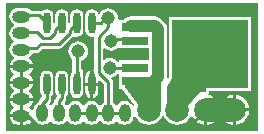
<source format=gtl>
%FSLAX25Y25*%
%MOIN*%
G70*
G01*
G75*
G04 Layer_Physical_Order=1*
G04 Layer_Color=255*
%ADD10R,0.25197X0.22835*%
%ADD11R,0.08661X0.03150*%
%ADD12O,0.02362X0.07087*%
%ADD13C,0.04000*%
%ADD14C,0.01000*%
%ADD15C,0.07874*%
%ADD16O,0.03937X0.05906*%
%ADD17O,0.05906X0.03937*%
%ADD18C,0.04500*%
G36*
X84500Y500D02*
X500D01*
Y43000D01*
X84500D01*
Y500D01*
D02*
G37*
%LPC*%
G36*
X77000Y12414D02*
Y8000D01*
X81414D01*
X81310Y8789D01*
X80813Y9990D01*
X80021Y11021D01*
X78990Y11812D01*
X77789Y12310D01*
X77000Y12414D01*
D02*
G37*
G36*
X24500Y30278D02*
X23652Y30166D01*
X22861Y29839D01*
X22182Y29318D01*
X21661Y28639D01*
X21334Y27848D01*
X21222Y27000D01*
X21334Y26152D01*
X21661Y25361D01*
X22182Y24682D01*
X22471Y24461D01*
Y19963D01*
X22427Y19935D01*
X21945Y19213D01*
X21776Y18362D01*
Y13638D01*
X21945Y12787D01*
X22427Y12065D01*
X23149Y11583D01*
X24000Y11414D01*
X24851Y11583D01*
X25572Y12065D01*
X26055Y12787D01*
X26224Y13638D01*
Y18362D01*
X26055Y19213D01*
X26029Y19251D01*
Y20000D01*
X25913Y20585D01*
X25581Y21081D01*
X25529Y21116D01*
Y23909D01*
X26139Y24161D01*
X26818Y24682D01*
X27339Y25361D01*
X27666Y26152D01*
X27778Y27000D01*
X27666Y27848D01*
X27339Y28639D01*
X26818Y29318D01*
X26139Y29839D01*
X25348Y30166D01*
X24500Y30278D01*
D02*
G37*
G36*
X9413Y16000D02*
X1587D01*
X1624Y15725D01*
X1923Y15003D01*
X2399Y14383D01*
X2898Y14000D01*
Y13500D01*
X2399Y13117D01*
X1923Y12497D01*
X1624Y11775D01*
X1587Y11500D01*
X9413D01*
X9376Y11775D01*
X9077Y12497D01*
X8601Y13117D01*
X8102Y13500D01*
Y14000D01*
X8601Y14383D01*
X9077Y15003D01*
X9376Y15725D01*
X9413Y16000D01*
D02*
G37*
G36*
X81414Y7000D02*
X77000D01*
Y3500D01*
Y2586D01*
X77789Y2690D01*
X78990Y3187D01*
X80021Y3979D01*
X80813Y5010D01*
X81310Y6211D01*
X81414Y7000D01*
D02*
G37*
G36*
X5000Y5000D02*
X1587D01*
X1624Y4725D01*
X1923Y4003D01*
X2399Y3383D01*
X3019Y2907D01*
X3741Y2608D01*
X4516Y2506D01*
X5000D01*
Y5000D01*
D02*
G37*
G36*
X69897Y3500D02*
X67500D01*
Y2586D01*
X68289Y2690D01*
X69490Y3187D01*
X69897Y3500D01*
D02*
G37*
G36*
X76000D02*
X73603D01*
X74010Y3187D01*
X75211Y2690D01*
X76000Y2586D01*
Y3500D01*
D02*
G37*
G36*
X6484Y41494D02*
X4516D01*
X3741Y41392D01*
X3019Y41093D01*
X2399Y40617D01*
X1923Y39997D01*
X1624Y39275D01*
X1522Y38500D01*
X1624Y37725D01*
X1923Y37003D01*
X2399Y36383D01*
X2898Y36000D01*
Y35500D01*
X2399Y35117D01*
X1923Y34497D01*
X1624Y33775D01*
X1522Y33000D01*
X1624Y32225D01*
X1923Y31503D01*
X2399Y30883D01*
X2898Y30500D01*
Y30000D01*
X2399Y29617D01*
X1923Y28997D01*
X1624Y28275D01*
X1522Y27500D01*
X1624Y26725D01*
X1923Y26003D01*
X2399Y25383D01*
X2898Y25000D01*
Y24500D01*
X2399Y24117D01*
X1923Y23497D01*
X1624Y22775D01*
X1587Y22500D01*
X9413D01*
X9376Y22775D01*
X9077Y23497D01*
X8601Y24117D01*
X8102Y24500D01*
Y25000D01*
X8601Y25383D01*
X9077Y26003D01*
X9271Y26471D01*
X10490D01*
X11075Y26587D01*
X11572Y26919D01*
X12553Y27900D01*
X18111D01*
X18696Y28016D01*
X19192Y28348D01*
X19192Y28348D01*
X19192Y28348D01*
X22762Y31918D01*
X22945Y32192D01*
X23149Y32056D01*
X24000Y31886D01*
X24851Y32056D01*
X25572Y32538D01*
X26055Y33259D01*
X26224Y34110D01*
Y38835D01*
X26055Y39686D01*
X25572Y40407D01*
X24851Y40889D01*
X24000Y41058D01*
X23149Y40889D01*
X22427Y40407D01*
X21945Y39686D01*
X21776Y38835D01*
Y36734D01*
X21360Y36456D01*
X21224Y36512D01*
Y38835D01*
X21055Y39686D01*
X20572Y40407D01*
X19851Y40889D01*
X19000Y41058D01*
X18149Y40889D01*
X17427Y40407D01*
X16945Y39686D01*
X16776Y38835D01*
Y36734D01*
X16360Y36456D01*
X16224Y36512D01*
Y38835D01*
X16055Y39686D01*
X15573Y40407D01*
X14851Y40889D01*
X14000Y41058D01*
X13149Y40889D01*
X12427Y40407D01*
X12427D01*
Y40407D01*
X12149Y40352D01*
X12058Y40413D01*
X11472Y40529D01*
X8669D01*
X8601Y40617D01*
X7981Y41093D01*
X7259Y41392D01*
X6484Y41494D01*
D02*
G37*
G36*
X28500Y20487D02*
X28149Y20417D01*
X27428Y19935D01*
X26945Y19213D01*
X26776Y18362D01*
Y16500D01*
X28500D01*
Y20487D01*
D02*
G37*
G36*
X9413Y21500D02*
X1587D01*
X1624Y21225D01*
X1923Y20503D01*
X2399Y19883D01*
X2898Y19500D01*
Y19000D01*
X2399Y18617D01*
X1923Y17997D01*
X1624Y17275D01*
X1587Y17000D01*
X9413D01*
X9376Y17275D01*
X9077Y17997D01*
X8601Y18617D01*
X8102Y19000D01*
Y19500D01*
X8601Y19883D01*
X9077Y20503D01*
X9376Y21225D01*
X9413Y21500D01*
D02*
G37*
G36*
X31224Y15500D02*
X29500D01*
Y11513D01*
X29851Y11583D01*
X30573Y12065D01*
X31055Y12787D01*
X31224Y13638D01*
Y15500D01*
D02*
G37*
G36*
X28500D02*
X26776D01*
Y13638D01*
X26945Y12787D01*
X27428Y12065D01*
X28149Y11583D01*
X28500Y11513D01*
Y15500D01*
D02*
G37*
G36*
X76000Y12414D02*
X75211Y12310D01*
X74010Y11812D01*
X73603Y11500D01*
X76000D01*
Y12414D01*
D02*
G37*
G36*
X34500Y41278D02*
X33652Y41166D01*
X32861Y40839D01*
X32182Y40318D01*
X31661Y39639D01*
X31587Y39461D01*
X31090Y39509D01*
X31055Y39686D01*
X30573Y40407D01*
X29851Y40889D01*
X29000Y41058D01*
X28149Y40889D01*
X27428Y40407D01*
X26945Y39686D01*
X26776Y38835D01*
Y34110D01*
X26945Y33259D01*
X27428Y32538D01*
X28149Y32056D01*
X29000Y31886D01*
X29334Y31953D01*
X29721Y31636D01*
Y20837D01*
X29500Y20656D01*
Y16500D01*
X31224D01*
Y17114D01*
X31686Y17305D01*
X32971Y16020D01*
Y10052D01*
X32383Y9601D01*
X32000Y9103D01*
X31500D01*
X31117Y9601D01*
X30497Y10077D01*
X29775Y10376D01*
X29000Y10478D01*
X28225Y10376D01*
X27503Y10077D01*
X26883Y9601D01*
X26500Y9103D01*
X26000D01*
X25617Y9601D01*
X24997Y10077D01*
X24275Y10376D01*
X23500Y10478D01*
X22725Y10376D01*
X22003Y10077D01*
X21383Y9601D01*
X21000Y9103D01*
X20500D01*
X20117Y9601D01*
X19935Y9741D01*
X19903Y10240D01*
X20081Y10419D01*
X20413Y10915D01*
X20529Y11500D01*
Y12037D01*
X20572Y12065D01*
X21055Y12787D01*
X21224Y13638D01*
Y18362D01*
X21055Y19213D01*
X20572Y19935D01*
X19851Y20417D01*
X19000Y20586D01*
X18149Y20417D01*
X17427Y19935D01*
X16945Y19213D01*
X16776Y18362D01*
Y13638D01*
X16945Y12787D01*
X17417Y12080D01*
X16919Y11581D01*
X16587Y11085D01*
X16471Y10500D01*
Y10052D01*
X15883Y9601D01*
X15500Y9103D01*
X15000D01*
X14681Y9518D01*
X15081Y9919D01*
X15413Y10415D01*
X15529Y11000D01*
Y12037D01*
X15573Y12065D01*
X16055Y12787D01*
X16224Y13638D01*
Y18362D01*
X16055Y19213D01*
X15573Y19935D01*
X14851Y20417D01*
X14000Y20586D01*
X13149Y20417D01*
X12427Y19935D01*
X11945Y19213D01*
X11776Y18362D01*
Y13638D01*
X11945Y12787D01*
X12427Y12065D01*
X12427Y12065D01*
X11419Y10581D01*
X11418Y10581D01*
X11419D01*
X11112Y10122D01*
X11003Y10077D01*
X10383Y9601D01*
X9907Y8981D01*
X9608Y8259D01*
X9506Y7484D01*
Y7216D01*
X9032Y7056D01*
X8601Y7617D01*
X8102Y8000D01*
Y8500D01*
X8601Y8883D01*
X9077Y9503D01*
X9376Y10225D01*
X9413Y10500D01*
X1587D01*
X1624Y10225D01*
X1923Y9503D01*
X2399Y8883D01*
X2898Y8500D01*
Y8000D01*
X2399Y7617D01*
X1923Y6997D01*
X1624Y6275D01*
X1587Y6000D01*
X5500D01*
Y5500D01*
X6000D01*
Y2506D01*
X6484D01*
X7259Y2608D01*
X7981Y2907D01*
X8601Y3383D01*
X9077Y4003D01*
X9245Y4409D01*
X9745D01*
X9907Y4019D01*
X10383Y3399D01*
X11003Y2923D01*
X11725Y2624D01*
X12500Y2522D01*
X13275Y2624D01*
X13997Y2923D01*
X14617Y3399D01*
X15000Y3898D01*
X15500D01*
X15883Y3399D01*
X16503Y2923D01*
X17225Y2624D01*
X18000Y2522D01*
X18775Y2624D01*
X19497Y2923D01*
X20117Y3399D01*
X20500Y3898D01*
X21000D01*
X21383Y3399D01*
X22003Y2923D01*
X22725Y2624D01*
X23500Y2522D01*
X24275Y2624D01*
X24997Y2923D01*
X25617Y3399D01*
X26000Y3898D01*
X26500D01*
X26883Y3399D01*
X27503Y2923D01*
X28225Y2624D01*
X29000Y2522D01*
X29775Y2624D01*
X30497Y2923D01*
X31117Y3399D01*
X31500Y3898D01*
X32000D01*
X32383Y3399D01*
X33003Y2923D01*
X33725Y2624D01*
X34500Y2522D01*
X35275Y2624D01*
X35997Y2923D01*
X36617Y3399D01*
X37000Y3898D01*
X37500D01*
X37883Y3399D01*
X38503Y2923D01*
X39225Y2624D01*
X40000Y2522D01*
X40775Y2624D01*
X41497Y2923D01*
X42117Y3399D01*
X42593Y4019D01*
X42892Y4741D01*
X42985Y5445D01*
X43481Y5510D01*
X43687Y5010D01*
X44479Y3979D01*
X45510Y3187D01*
X46711Y2690D01*
X48000Y2520D01*
X49289Y2690D01*
X50490Y3187D01*
X51521Y3979D01*
X52312Y5010D01*
X52500Y5463D01*
X53000D01*
X53188Y5010D01*
X53979Y3979D01*
X55010Y3187D01*
X56211Y2690D01*
X57500Y2520D01*
X58789Y2690D01*
X59990Y3187D01*
X61021Y3979D01*
X61813Y5010D01*
X62000Y5463D01*
X62500D01*
X62687Y5010D01*
X63479Y3979D01*
X64510Y3187D01*
X65711Y2690D01*
X66500Y2586D01*
Y7500D01*
X67000D01*
Y11500D01*
X69897D01*
X69490Y11812D01*
X68289Y12310D01*
X68010Y12347D01*
X67830Y12617D01*
X67742Y12810D01*
X67942Y13110D01*
X68020Y13500D01*
Y13606D01*
X81902D01*
Y38441D01*
X54705D01*
Y18312D01*
X54577Y18004D01*
X54573Y17971D01*
X54140Y17721D01*
X53923Y17811D01*
X54026Y18595D01*
Y34500D01*
X53923Y35283D01*
X53620Y36013D01*
X53140Y36640D01*
X52053Y37726D01*
X51426Y38207D01*
X51213Y38296D01*
X50696Y38509D01*
X49913Y38612D01*
X42000D01*
X41217Y38509D01*
X40487Y38207D01*
X39860Y37726D01*
X39744Y37575D01*
X38197D01*
Y37575D01*
X38169D01*
Y37575D01*
X38080Y37587D01*
X37776Y37983D01*
X37778Y38000D01*
X37666Y38848D01*
X37339Y39639D01*
X36818Y40318D01*
X36139Y40839D01*
X35348Y41166D01*
X34500Y41278D01*
D02*
G37*
%LPD*%
G36*
X33861Y27661D02*
X34652Y27334D01*
X35500Y27222D01*
X36348Y27334D01*
X37139Y27661D01*
X37499Y27937D01*
X38169Y27937D01*
Y27937D01*
X47974D01*
Y24110D01*
X38169D01*
Y23486D01*
X37696Y23325D01*
X37318Y23818D01*
X36639Y24339D01*
X35848Y24666D01*
X35000Y24778D01*
X34152Y24666D01*
X33361Y24339D01*
X33228Y24237D01*
X32779Y24458D01*
Y27926D01*
X33228Y28147D01*
X33861Y27661D01*
D02*
G37*
G36*
X38169Y19514D02*
Y18961D01*
Y14472D01*
X39145D01*
X39192Y14378D01*
X43126Y9263D01*
X42877Y8830D01*
X42643Y8861D01*
X42593Y8981D01*
X42117Y9601D01*
X41497Y10077D01*
X40775Y10376D01*
X40000Y10478D01*
X39225Y10376D01*
X38503Y10077D01*
X37883Y9601D01*
X37500Y9103D01*
X37000D01*
X36617Y9601D01*
X36029Y10052D01*
Y16654D01*
X35932Y17142D01*
X35913Y17239D01*
X35581Y17735D01*
X35483Y17833D01*
X35644Y18307D01*
X35848Y18334D01*
X36639Y18661D01*
X37318Y19182D01*
X37696Y19675D01*
X38169Y19514D01*
D02*
G37*
G36*
X67000Y15500D02*
Y13500D01*
X65000D01*
X60500Y8000D01*
X54000D01*
Y15000D01*
X55500Y17500D01*
X67000Y15500D01*
D02*
G37*
G36*
X52000Y7000D02*
X51500Y7500D01*
X45000D01*
Y8500D01*
X40000Y15000D01*
Y16500D01*
X50000D01*
X52000Y18500D01*
Y7000D01*
D02*
G37*
D10*
X68303Y26024D02*
D03*
D11*
X43500Y17047D02*
D03*
Y21535D02*
D03*
Y30512D02*
D03*
Y35000D02*
D03*
D12*
X14000Y16000D02*
D03*
X19000D02*
D03*
X24000D02*
D03*
X29000D02*
D03*
X14000Y36472D02*
D03*
X19000D02*
D03*
X24000D02*
D03*
X29000D02*
D03*
D13*
X48500Y7500D02*
Y10961D01*
X42000Y35587D02*
X49913D01*
X57500Y17221D02*
X66803Y26524D01*
X42961Y16500D02*
X48500Y10961D01*
X42961Y16500D02*
X48906D01*
X51000Y18595D01*
Y34500D01*
X49913Y35587D02*
X51000Y34500D01*
D14*
X41988Y31000D02*
X42000Y31012D01*
X24500Y16500D02*
Y20000D01*
X24000Y16000D02*
X24500Y16500D01*
X5500Y5500D02*
Y11000D01*
Y16500D01*
Y22000D01*
X11472Y39000D02*
X14000Y36472D01*
X5500Y39000D02*
X11472D01*
X16681Y34154D02*
X19000Y36472D01*
X16681Y33000D02*
Y34154D01*
X15111Y31429D02*
X16681Y33000D01*
X12889Y31429D02*
X15111D01*
X10819Y33500D02*
X12889Y31429D01*
X5500Y33500D02*
X10819D01*
X21681Y34154D02*
X24000Y36472D01*
X21681Y33000D02*
Y34154D01*
X18111Y29429D02*
X21681Y33000D01*
X12061Y29429D02*
X18111D01*
X11990Y29500D02*
X12061Y29429D01*
X10490Y28000D02*
X11990Y29500D01*
X5500Y28000D02*
X10490D01*
X18000Y6500D02*
Y10500D01*
X19000Y11500D01*
Y16000D01*
X12500Y6500D02*
Y9500D01*
X14000Y11000D01*
Y16000D01*
X31972Y36472D02*
X33500Y38000D01*
X29000Y36472D02*
X31972D01*
X34500Y6500D02*
X40000D01*
X29000D02*
X34500D01*
X23500D02*
X29000D01*
Y16000D02*
Y20343D01*
X5500Y22500D02*
X19843D01*
X24000Y16000D02*
Y27000D01*
X7111Y6000D02*
X11063Y2047D01*
X61547D01*
X67000Y7500D01*
X5500Y5500D02*
X7111D01*
X34000Y31000D02*
X41988D01*
X35035Y21535D02*
X43500D01*
X35000Y21500D02*
X35035Y21535D01*
X34500Y35157D02*
Y38000D01*
X31250Y31907D02*
X34500Y35157D01*
X31250Y19904D02*
Y31907D01*
Y19904D02*
X34500Y16654D01*
Y6500D02*
Y16654D01*
X28500Y20843D02*
X29000Y20343D01*
X28500Y20843D02*
Y28657D01*
X26157Y31000D02*
X28500Y28657D01*
X22843Y31000D02*
X26157D01*
X20500Y28657D02*
X22843Y31000D01*
X20500Y23157D02*
Y28657D01*
X19843Y22500D02*
X20500Y23157D01*
D15*
X67000Y7500D02*
D03*
X76500D02*
D03*
X57500D02*
D03*
X48000D02*
D03*
D16*
X40000Y6500D02*
D03*
X34500D02*
D03*
X29000D02*
D03*
X23500D02*
D03*
X12500D02*
D03*
X18000D02*
D03*
D17*
X5500Y5500D02*
D03*
Y11000D02*
D03*
Y16500D02*
D03*
Y22000D02*
D03*
Y27500D02*
D03*
Y33000D02*
D03*
Y38500D02*
D03*
D18*
X35000Y21500D02*
D03*
X24500Y27000D02*
D03*
X34500Y38000D02*
D03*
X35500Y30500D02*
D03*
M02*

</source>
